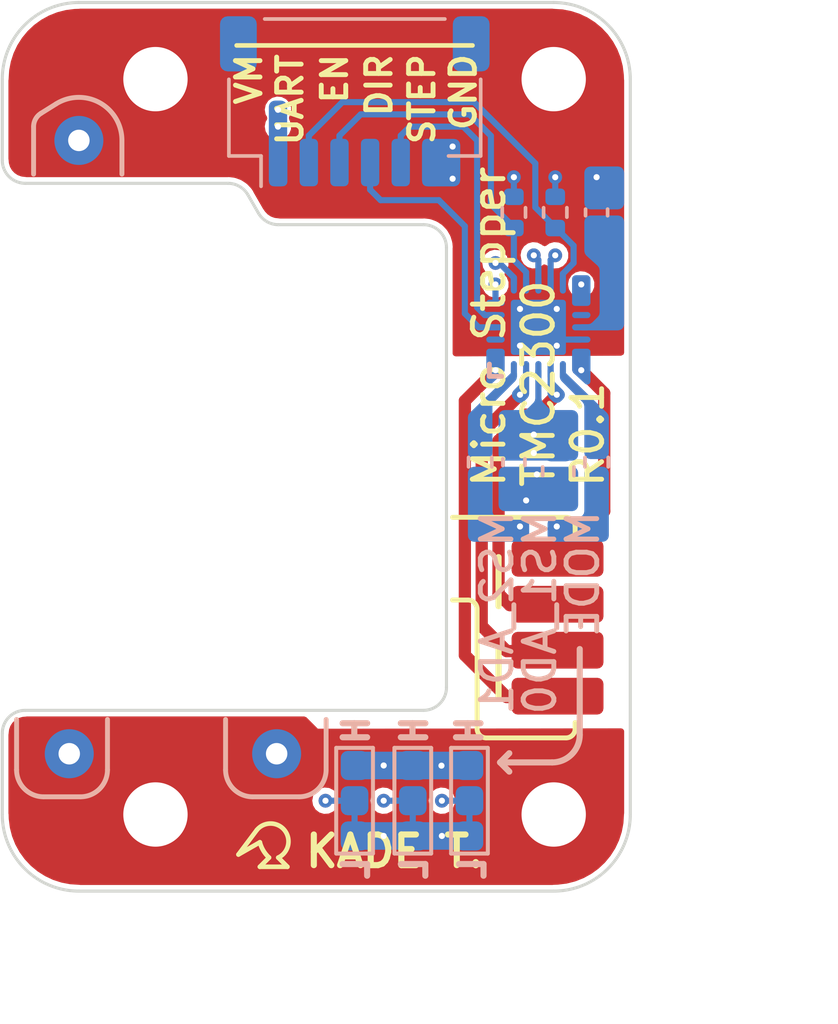
<source format=kicad_pcb>
(kicad_pcb (version 20210126) (generator pcbnew)
  (layers (0 "F.Cu" signal) (1 "In1.Cu" power) (2 "In2.Cu" power) (31 "B.Cu" signal) (34 "B.Paste" user) (35 "F.Paste" user) (36 "B.SilkS" user "B.Silkscreen") (37 "F.SilkS" user "F.Silkscreen") (38 "B.Mask" user) (39 "F.Mask" user) (44 "Edge.Cuts" user))
  (net 0 "")
  (net 1 "GND")
  (net 2 "VBUS")
  (net 3 "/UART")
  (net 4 "/MODE")
  (net 5 "/EN")
  (net 6 "/MS2_AD1")
  (net 7 "/MS1_AD0")
  (net 8 "/STEP")
  (net 9 "/DIR")
  (net 10 "/1V8OUT")
  (net 11 "/OA2")
  (net 12 "Net-(IC1-Pad2)")
  (net 13 "/OB2")
  (net 14 "/BRB")
  (net 15 "/OB1")
  (net 16 "/OA1")
  (net 17 "/BRA")
  (net 18 "/DIAG")
  (footprint "micro_breakout:Mounting_Wuerth_WA-SMSI-M1.6_H1mm_9774010633" (layer "F.Cu") (at 102.5 98)
    (fp_text reference "H1" hide)
    (fp_text value "MountingHole" hide)
    (pad "" np_thru_hole circle (at 0 0) (size 2.1 2.1) (drill 2.1) (layers *.Cu *.Mask))
    (pad "1" smd circle (at 0 0) (size 4 4) (layers "F.Cu" "F.Mask") (net 1 "GND"))
  )
  (footprint "micro_breakout:Mounting_Wuerth_WA-SMSI-M1.6_H1mm_9774010633" (layer "F.Cu") (at 115.5 122)
    (fp_text reference "H3" hide)
    (fp_text value "MountingHole" hide)
    (pad "" np_thru_hole circle (at 0 0) (size 2.1 2.1) (drill 2.1) (layers *.Cu *.Mask))
    (pad "1" smd circle (at 0 0) (size 4 4) (layers "F.Cu" "F.Mask") (net 1 "GND"))
  )
  (footprint "micro_breakout:Mounting_Wuerth_WA-SMSI-M1.6_H1mm_9774010633" (layer "F.Cu") (at 115.5 98)
    (fp_text reference "H2" hide)
    (fp_text value "MountingHole" hide)
    (pad "" np_thru_hole circle (at 0 0) (size 2.1 2.1) (drill 2.1) (layers *.Cu *.Mask))
    (pad "1" smd circle (at 0 0) (size 4 4) (layers "F.Cu" "F.Mask") (net 1 "GND"))
  )
  (footprint "micro_breakout:Mounting_Wuerth_WA-SMSI-M1.6_H1mm_9774010633" (layer "F.Cu") (at 102.5 122)
    (fp_text reference "H4" hide)
    (fp_text value "MountingHole" hide)
    (pad "" np_thru_hole circle (at 0 0) (size 2.1 2.1) (drill 2.1) (layers *.Cu *.Mask))
    (pad "1" smd circle (at 0 0) (size 4 4) (layers "F.Cu" "F.Mask") (net 1 "GND"))
  )
  (footprint "Resistor_SMD:R_0402_1005Metric" (layer "B.Cu") (at 116.9 110.5 -90)
    (fp_text reference "R3" hide)
    (fp_text value "1E2")
    (fp_line (start -0.153641 0.38) (end 0.153641 0.38) (layer "B.SilkS") (width 0.12))
    (fp_line (start -0.153641 -0.38) (end 0.153641 -0.38) (layer "B.SilkS") (width 0.12))
    (pad "1" smd roundrect (at -0.51 0 270) (size 0.54 0.64) (layers "B.Cu" "B.Paste" "B.Mask") (net 14 "/BRB"))
    (pad "2" smd roundrect (at 0.51 0 270) (size 0.54 0.64) (layers "B.Cu" "B.Paste" "B.Mask") (net 1 "GND"))
  )
  (footprint "Resistor_SMD:R_0402_1005Metric" (layer "B.Cu") (at 113.1 110.5 -90)
    (fp_text reference "R2" hide)
    (fp_text value "1E2")
    (fp_line (start -0.153641 0.38) (end 0.153641 0.38) (layer "B.SilkS") (width 0.12))
    (fp_line (start -0.153641 -0.38) (end 0.153641 -0.38) (layer "B.SilkS") (width 0.12))
    (pad "1" smd roundrect (at -0.51 0 270) (size 0.54 0.64) (layers "B.Cu" "B.Paste" "B.Mask") (net 17 "/BRA"))
    (pad "2" smd roundrect (at 0.51 0 270) (size 0.54 0.64) (layers "B.Cu" "B.Paste" "B.Mask") (net 1 "GND"))
  )
  (footprint "Capacitor_SMD:C_0402_1005Metric" (layer "B.Cu") (at 114.2 110.5 -90)
    (fp_text reference "C1" hide)
    (fp_text value "100nF")
    (fp_line (start -0.107836 0.36) (end 0.107836 0.36) (layer "B.SilkS") (width 0.12))
    (fp_line (start -0.107836 -0.36) (end 0.107836 -0.36) (layer "B.SilkS") (width 0.12))
    (pad "1" smd roundrect (at -0.48 0 270) (size 0.56 0.62) (layers "B.Cu" "B.Paste" "B.Mask") (net 2 "VBUS"))
    (pad "2" smd roundrect (at 0.48 0 270) (size 0.56 0.62) (layers "B.Cu" "B.Paste" "B.Mask") (net 1 "GND"))
  )
  (footprint "micro_breakout:J_NCNO_0903_20" (layer "B.Cu") (at 109 121.55 90)
    (fp_text reference "JP2")
    (fp_text value "SolderJumper_3_Bridged12")
    (fp_line (start -0.675 0) (end -0.475 0) (layer "B.Cu") (width 0.2))
    (fp_line (start 1.725 0.6) (end 1.725 -0.6) (layer "B.SilkS") (width 0.13))
    (fp_line (start 1.725 -0.6) (end -1.725 -0.6) (layer "B.SilkS") (width 0.13))
    (fp_line (start -1.725 0.6) (end -1.725 -0.6) (layer "B.SilkS") (width 0.13))
    (fp_line (start -1.725 0.6) (end 1.725 0.6) (layer "B.SilkS") (width 0.13))
    (pad "1" smd roundrect (at -1.15 0 90) (size 0.95 0.9) (layers "B.Cu" "B.Mask") (net 1 "GND"))
    (pad "2" smd roundrect (at 0 0 90) (size 0.95 0.9) (layers "B.Cu" "B.Mask") (net 6 "/MS2_AD1"))
    (pad "3" smd roundrect (at 1.15 0 90) (size 0.95 0.9) (layers "B.Cu" "B.Mask") (net 2 "VBUS"))
  )
  (footprint "micro_breakout:JST_SH_SM06B-SRSS-TB_1x06-1MP_P1.00mm_Horizontal" (layer "B.Cu") (at 109.006752 98.722294)
    (fp_text reference "J1" hide)
    (fp_text value "Conn_01x06")
    (fp_line (start -2.94 -2.685) (end 2.94 -2.685) (layer "B.SilkS") (width 0.12))
    (fp_line (start 4.11 -0.715) (end 4.11 1.785) (layer "B.SilkS") (width 0.12))
    (fp_line (start 4.11 1.785) (end 3.06 1.785) (layer "B.SilkS") (width 0.12))
    (fp_line (start -3.06 1.785) (end -3.06 2.775) (layer "B.SilkS") (width 0.12))
    (fp_line (start -4.11 -0.715) (end -4.11 1.785) (layer "B.SilkS") (width 0.12))
    (fp_line (start -4.11 1.785) (end -3.06 1.785) (layer "B.SilkS") (width 0.12))
    (pad "1" smd roundrect (at -2.5 2) (size 0.6 1.55) (layers "B.Cu" "B.Paste" "B.Mask") (net 2 "VBUS"))
    (pad "2" smd roundrect (at -1.5 2) (size 0.6 1.55) (layers "B.Cu" "B.Paste" "B.Mask") (net 3 "/UART"))
    (pad "3" smd roundrect (at -0.5 2) (size 0.6 1.55) (layers "B.Cu" "B.Paste" "B.Mask") (net 5 "/EN"))
    (pad "4" smd roundrect (at 0.5 2) (size 0.6 1.55) (layers "B.Cu" "B.Paste" "B.Mask") (net 9 "/DIR"))
    (pad "5" smd roundrect (at 1.5 2) (size 0.6 1.55) (layers "B.Cu" "B.Paste" "B.Mask") (net 8 "/STEP"))
    (pad "6" smd roundrect (at 2.5 2) (size 0.6 1.55) (layers "B.Cu" "B.Paste" "B.Mask") (net 1 "GND"))
    (pad "MP" smd roundrect (at -3.8 -1.875) (size 1.2 1.8) (layers "B.Cu" "B.Paste" "B.Mask") (roundrect_rratio 0.208333))
    (pad "MP" smd roundrect (at 3.8 -1.875) (size 1.2 1.8) (layers "B.Cu" "B.Paste" "B.Mask") (roundrect_rratio 0.208333))
  )
  (footprint "micro_breakout:QFN20" (layer "B.Cu") (at 115 106.1)
    (fp_text reference "IC1" hide)
    (fp_text value "TMC2300-Trinamic" hide)
    (fp_line (start -1.2 1.6) (end -1.6 1.6) (layer "B.SilkS") (width 0.16))
    (fp_line (start -1.6 1.6) (end -1.6 1.2) (layer "B.SilkS") (width 0.16))
    (pad "1" smd oval (at -1.4 0.8 270) (size 0.2 0.6) (layers "B.Cu" "B.Paste" "B.Mask") (net 11 "/OA2") (clearance 0.1))
    (pad "2" smd oval (at -1.4 0.4 270) (size 0.2 0.6) (layers "B.Cu" "B.Paste" "B.Mask") (net 12 "Net-(IC1-Pad2)") (clearance 0.1))
    (pad "3" smd oval (at -1.4 0 270) (size 0.2 0.6) (layers "B.Cu" "B.Paste" "B.Mask") (net 9 "/DIR") (clearance 0.1))
    (pad "4" smd oval (at -1.4 -0.4 270) (size 0.2 0.6) (layers "B.Cu" "B.Paste" "B.Mask") (net 8 "/STEP") (clearance 0.1))
    (pad "5" smd oval (at -1.4 -0.8 270) (size 0.2 0.6) (layers "B.Cu" "B.Paste" "B.Mask") (net 7 "/MS1_AD0") (clearance 0.1))
    (pad "6" smd oval (at -0.8 -1.4 180) (size 0.2 0.6) (layers "B.Cu" "B.Paste" "B.Mask") (net 6 "/MS2_AD1") (clearance 0.1))
    (pad "7" smd oval (at -0.4 -1.4 180) (size 0.2 0.6) (layers "B.Cu" "B.Paste" "B.Mask") (net 5 "/EN") (clearance 0.1))
    (pad "8" smd oval (at 0 -1.4 180) (size 0.2 0.6) (layers "B.Cu" "B.Paste" "B.Mask") (net 2 "VBUS") (clearance 0.1))
    (pad "9" smd oval (at 0.4 -1.4 180) (size 0.2 0.6) (layers "B.Cu" "B.Paste" "B.Mask") (net 4 "/MODE") (clearance 0.1))
    (pad "10" smd oval (at 0.8 -1.4 180) (size 0.2 0.6) (layers "B.Cu" "B.Paste" "B.Mask") (net 3 "/UART") (clearance 0.1))
    (pad "11" smd oval (at 1.4 -0.8 270) (size 0.2 0.6) (layers "B.Cu" "B.Paste" "B.Mask") (net 2 "VBUS") (clearance 0.1))
    (pad "12" smd oval (at 1.4 -0.4 270) (size 0.2 0.6) (layers "B.Cu" "B.Paste" "B.Mask") (net 18 "/DIAG") (clearance 0.1))
    (pad "13" smd oval (at 1.4 0 270) (size 0.2 0.6) (layers "B.Cu" "B.Paste" "B.Mask") (net 10 "/1V8OUT") (clearance 0.1))
    (pad "14" smd oval (at 1.4 0.4 270) (size 0.2 0.6) (layers "B.Cu" "B.Paste" "B.Mask") (net 1 "GND") (clearance 0.1))
    (pad "15" smd oval (at 1.4 0.8 270) (size 0.2 0.6) (layers "B.Cu" "B.Paste" "B.Mask") (net 13 "/OB2") (clearance 0.1))
    (pad "16" smd oval (at 0.8 1.4 180) (size 0.2 0.6) (layers "B.Cu" "B.Paste" "B.Mask") (net 14 "/BRB") (clearance 0.1))
    (pad "17" smd oval (at 0.4 1.4 180) (size 0.2 0.6) (layers "B.Cu" "B.Paste" "B.Mask") (net 15 "/OB1") (clearance 0.1))
    (pad "18" smd oval (at 0 1.4 180) (size 0.2 0.6) (layers "B.Cu" "B.Paste" "B.Mask") (net 2 "VBUS") (clearance 0.1))
    (pad "19" smd oval (at -0.4 1.4 180) (size 0.2 0.6) (layers "B.Cu" "B.Paste" "B.Mask") (net 16 "/OA1") (clearance 0.1))
    (pad "20" smd oval (at -0.8 1.4 180) (size 0.2 0.6) (layers "B.Cu" "B.Paste" "B.Mask") (net 17 "/BRA") (clearance 0.1))
    (pad "PAD" smd roundrect (at 0 0) (size 1.8 1.8) (layers "B.Cu" "B.Mask") (roundrect_rratio 0.05599999999999999) (net 1 "GND") (clearance 0.1))
  )
  (footprint "Resistor_SMD:R_0402_1005Metric" (layer "B.Cu") (at 114.2 102.35 -90)
    (fp_text reference "R1" hide)
    (fp_text value "10K")
    (fp_line (start -0.153641 -0.38) (end 0.153641 -0.38) (layer "B.SilkS") (width 0.12))
    (fp_line (start -0.153641 0.38) (end 0.153641 0.38) (layer "B.SilkS") (width 0.12))
    (pad "1" smd roundrect (at -0.51 0 270) (size 0.54 0.64) (layers "B.Cu" "B.Paste" "B.Mask") (net 1 "GND"))
    (pad "2" smd roundrect (at 0.51 0 270) (size 0.54 0.64) (layers "B.Cu" "B.Paste" "B.Mask") (net 5 "/EN"))
  )
  (footprint "micro_breakout:J_NCNO_0903_20" (layer "B.Cu") (at 110.9 121.55 90)
    (fp_text reference "JP1")
    (fp_text value "SolderJumper_3_Bridged12")
    (fp_line (start -0.675 0) (end -0.475 0) (layer "B.Cu") (width 0.2))
    (fp_line (start 1.725 0.6) (end 1.725 -0.6) (layer "B.SilkS") (width 0.13))
    (fp_line (start -1.725 0.6) (end 1.725 0.6) (layer "B.SilkS") (width 0.13))
    (fp_line (start 1.725 -0.6) (end -1.725 -0.6) (layer "B.SilkS") (width 0.13))
    (fp_line (start -1.725 0.6) (end -1.725 -0.6) (layer "B.SilkS") (width 0.13))
    (pad "1" smd roundrect (at -1.15 0 90) (size 0.95 0.9) (layers "B.Cu" "B.Mask") (net 1 "GND"))
    (pad "2" smd roundrect (at 0 0 90) (size 0.95 0.9) (layers "B.Cu" "B.Mask") (net 7 "/MS1_AD0"))
    (pad "3" smd roundrect (at 1.15 0 90) (size 0.95 0.9) (layers "B.Cu" "B.Mask") (net 2 "VBUS"))
  )
  (footprint "Capacitor_SMD:C_0603_1608Metric" (layer "B.Cu") (at 115.65 110.8 -90)
    (fp_text reference "C2" hide)
    (fp_text value "10µ")
    (fp_line (start -0.14058 0.51) (end 0.14058 0.51) (layer "B.SilkS") (width 0.12))
    (fp_line (start -0.14058 -0.51) (end 0.14058 -0.51) (layer "B.SilkS") (width 0.12))
    (pad "1" smd roundrect (at -0.775 0 270) (size 0.9 0.95) (layers "B.Cu" "B.Paste" "B.Mask") (net 2 "VBUS"))
    (pad "2" smd roundrect (at 0.775 0 270) (size 0.9 0.95) (layers "B.Cu" "B.Paste" "B.Mask") (net 1 "GND"))
  )
  (footprint "Capacitor_SMD:C_0402_1005Metric" (layer "B.Cu") (at 116.9 102.35 90)
    (fp_text reference "C3" hide)
    (fp_text value "100nF")
    (fp_line (start -0.107836 0.36) (end 0.107836 0.36) (layer "B.SilkS") (width 0.12))
    (fp_line (start -0.107836 -0.36) (end 0.107836 -0.36) (layer "B.SilkS") (width 0.12))
    (pad "1" smd roundrect (at -0.48 0 90) (size 0.56 0.62) (layers "B.Cu" "B.Paste" "B.Mask") (net 10 "/1V8OUT"))
    (pad "2" smd roundrect (at 0.48 0 90) (size 0.56 0.62) (layers "B.Cu" "B.Paste" "B.Mask") (net 1 "GND"))
  )
  (footprint "Resistor_SMD:R_0402_1005Metric" (layer "B.Cu") (at 115.55 102.35 -90)
    (fp_text reference "R4" hide)
    (fp_text value "100K" hide)
    (fp_line (start -0.153641 0.38) (end 0.153641 0.38) (layer "B.SilkS") (width 0.12))
    (fp_line (start -0.153641 -0.38) (end 0.153641 -0.38) (layer "B.SilkS") (width 0.12))
    (pad "1" smd roundrect (at -0.51 0 270) (size 0.54 0.64) (layers "B.Cu" "B.Paste" "B.Mask") (net 1 "GND"))
    (pad "2" smd roundrect (at 0.51 0 270) (size 0.54 0.64) (layers "B.Cu" "B.Paste" "B.Mask") (net 3 "/UART"))
  )
  (footprint "micro_breakout:Micro_Stepper" (layer "B.Cu") (at 100 100 180)
    (fp_text reference "M1" hide)
    (fp_text value "Micro Stepper Motor")
    (fp_line (start -5.66968 -21.422) (end -7.18928 -21.422) (layer "B.SilkS") (width 0.16))
    (fp_line (start -1.4052 -1.1) (end -1.4052 0) (layer "B.SilkS") (width 0.16))
    (fp_line (start -4.78848 -18.9) (end -4.78848 -20.5408) (layer "B.SilkS") (width 0.16))
    (fp_line (start -0.9336 -20.5408) (end -0.9336 -18.9) (layer "B.SilkS") (width 0.16))
    (fp_line (start 1.47856 0.447938) (end 1.47856 -1.1) (layer "B.SilkS") (width 0.16))
    (fp_line (start 2.034 -20.5408) (end 2.034 -18.9) (layer "B.SilkS") (width 0.16))
    (fp_line (start -8.07048 -20.5408) (end -8.07048 -18.9) (layer "B.SilkS") (width 0.16))
    (fp_line (start 1.1528 -21.422) (end -0.0524 -21.422) (layer "B.SilkS") (width 0.16))
    (fp_line (start 0.744643 1.191677) (end 1.236751 0.884174) (layer "B.SilkS") (width 0.16))
    (fp_arc (start -0.0524 -20.5408) (end -0.0524 -21.422) (angle -90) (layer "B.SilkS") (width 0.16))
    (fp_arc (start 0.96416 0.447938) (end 1.236751 0.884174) (angle -58) (layer "B.SilkS") (width 0.16))
    (fp_arc (start -5.66968 -20.5408) (end -4.78848 -20.5408) (angle -90) (layer "B.SilkS") (width 0.16))
    (fp_arc (start 0 0) (end -1.4052 0) (angle -122) (layer "B.SilkS") (width 0.16))
    (fp_arc (start 1.1528 -20.5408) (end 2.034 -20.5408) (angle -90) (layer "B.SilkS") (width 0.16))
    (fp_arc (start -7.18928 -20.5408) (end -7.18928 -21.422) (angle -90) (layer "B.SilkS") (width 0.16))
    (fp_line (start -16.2 -19) (end -16.2 -19.2) (layer "F.SilkS") (width 0.16))
    (fp_line (start -13 -19.2) (end -13 -15.3) (layer "F.SilkS") (width 0.16))
    (fp_line (start -13.7 -16.6) (end -13.7 -18.2) (layer "F.SilkS") (width 0.2))
    (fp_line (start -13.7 -15.2) (end -13.7 -13.6) (layer "F.SilkS") (width 0.2))
    (fp_line (start -12.7 -15) (end -12.2 -15) (layer "F.SilkS") (width 0.16))
    (fp_line (start -16.2 -12.6) (end -16.2 -12.8) (layer "F.SilkS") (width 0.16))
    (fp_line (start -15.9 -19.5) (end -13.3 -19.5) (layer "F.SilkS") (width 0.16))
    (fp_line (start -12.2 -12.3) (end -15.9 -12.3) (layer "F.SilkS") (width 0.16))
    (fp_arc (start -12.7 -15.3) (end -12.7 -15) (angle 90) (layer "F.SilkS") (width 0.16))
    (fp_arc (start -13.3 -19.2) (end -13.3 -19.5) (angle 90) (layer "F.SilkS") (width 0.16))
    (fp_arc (start -15.9 -12.6) (end -16.2 -12.6) (angle -90) (layer "F.SilkS") (width 0.16))
    (fp_arc (start -15.9 -19.2) (end -15.9 -19.5) (angle -90) (layer "F.SilkS") (width 0.16))
    (pad "0" thru_hole circle (at 0.3144 -20.0168 180) (size 1.6 1.6) (drill 0.7) (layers *.Cu *.Mask) (net 1 "GND"))
    (pad "0" thru_hole circle (at -6.45568 -20.0168 180) (size 1.6 1.6) (drill 0.7) (layers *.Cu *.Mask) (net 1 "GND"))
    (pad "0" thru_hole circle (at 0 0 180) (size 1.6 1.6) (drill 0.7) (layers *.Cu *.Mask) (net 1 "GND"))
    (pad "1" smd roundrect (at -15.625 -13.6376 180) (size 3 1.2) (layers "F.Cu" "F.Paste" "F.Mask") (roundrect_rratio 0.167) (net 13 "/OB2"))
    (pad "2" smd roundrect (at -15.625 -15.1376 180) (size 3 1.2) (layers "F.Cu" "F.Paste" "F.Mask") (roundrect_rratio 0.167) (net 15 "/OB1"))
    (pad "3" smd roundrect (at -15.625 -16.6376 180) (size 3 1.2) (layers "F.Cu" "F.Paste" "F.Mask") (roundrect_rratio 0.167) (net 16 "/OA1"))
    (pad "4" smd roundrect (at -15.625 -18.1376 180) (size 3 1.2) (layers "F.Cu" "F.Paste" "F.Mask") (roundrect_rratio 0.167) (net 11 "/OA2"))
  )
  (footprint "micro_breakout:J_NCNO_0903_20" (layer "B.Cu") (at 112.75 121.55 90)
    (fp_text reference "JP3")
    (fp_text value "SolderJumper_3_Bridged12")
    (fp_line (start -0.675 0) (end -0.475 0) (layer "B.Cu") (width 0.2))
    (fp_line (start 1.725 -0.6) (end -1.725 -0.6) (layer "B.SilkS") (width 0.13))
    (fp_line (start 1.725 0.6) (end 1.725 -0.6) (layer "B.SilkS") (width 0.13))
    (fp_line (start -1.725 0.6) (end 1.725 0.6) (layer "B.SilkS") (width 0.13))
    (fp_line (start -1.725 0.6) (end -1.725 -0.6) (layer "B.SilkS") (width 0.13))
    (pad "1" smd roundrect (at -1.15 0 90) (size 0.95 0.9) (layers "B.Cu" "B.Mask") (net 1 "GND"))
    (pad "2" smd roundrect (at 0 0 90) (size 0.95 0.9) (layers "B.Cu" "B.Mask") (net 4 "/MODE"))
    (pad "3" smd roundrect (at 1.15 0 90) (size 0.95 0.9) (layers "B.Cu" "B.Mask") (net 2 "VBUS"))
  )
  (gr_line (start 116.35 116.6) (end 116.35 119.4) (layer "B.SilkS") (width 0.2))
  (gr_arc (start 115.45 119.4) (end 116.35 119.4) (angle 90) (layer "B.SilkS") (width 0.2))
  (gr_line (start 113.75 120.3) (end 114.05 120) (layer "B.SilkS") (width 0.2))
  (gr_line (start 113.75 120.3) (end 115.45 120.3) (layer "B.SilkS") (width 0.2))
  (gr_line (start 113.75 120.3) (end 114.05 120.6) (layer "B.SilkS") (width 0.2))
  (gr_line (start 106.808229 123.706496) (end 105.908229 123.706496) (layer "F.SilkS") (width 0.15))
  (gr_line (start 105.908229 123.706496) (end 106.208229 123.406496) (layer "F.SilkS") (width 0.15))
  (gr_line (start 106.508229 123.406496) (end 106.808229 123.706496) (layer "F.SilkS") (width 0.15))
  (gr_line (start 105.808229 122.506496) (end 105.208229 123.306496) (layer "F.SilkS") (width 0.15))
  (gr_line (start 105.208229 123.306496) (end 105.90823 122.906496) (layer "F.SilkS") (width 0.15))
  (gr_arc (start 106.258228 122.878718) (end 106.508229 123.406496) (angle -205.0574904) (layer "F.SilkS") (width 0.15))
  (gr_line (start 112.85 96.9) (end 105.15 96.9) (layer "F.SilkS") (width 0.15))
  (gr_arc (start 106.905111 122.648366) (end 105.908229 122.906496) (angle -32.89324182) (layer "F.SilkS") (width 0.15))
  (gr_arc (start 104.866987 102.15) (end 105.516506 101.775) (angle -60) (layer "Edge.Cuts") (width 0.1))
  (gr_line (start 98.25 101.4) (end 104.866987 101.4) (layer "Edge.Cuts") (width 0.1))
  (gr_arc (start 111.25 103.5) (end 112 103.5) (angle -90) (layer "Edge.Cuts") (width 0.1))
  (gr_line (start 111.25 118.6) (end 98.25 118.6) (layer "Edge.Cuts") (width 0.1))
  (gr_arc (start 111.25 117.85) (end 111.25 118.6) (angle -90) (layer "Edge.Cuts") (width 0.1))
  (gr_arc (start 106.512435 102) (end 105.862916 102.375) (angle -60) (layer "Edge.Cuts") (width 0.1))
  (gr_arc (start 115.5 98) (end 118 98) (angle -90) (layer "Edge.Cuts") (width 0.1))
  (gr_arc (start 98.25 100.65) (end 97.5 100.65) (angle -90) (layer "Edge.Cuts") (width 0.1))
  (gr_line (start 106.512435 102.75) (end 111.25 102.75) (layer "Edge.Cuts") (width 0.1))
  (gr_line (start 97.5 119.35) (end 97.5 122) (layer "Edge.Cuts") (width 0.1))
  (gr_line (start 112 103.5) (end 112 117.85) (layer "Edge.Cuts") (width 0.1))
  (gr_arc (start 98.25 119.35) (end 98.25 118.6) (angle -90) (layer "Edge.Cuts") (width 0.1))
  (gr_arc (start 115.5 122) (end 115.5 124.5) (angle -90) (layer "Edge.Cuts") (width 0.1))
  (gr_line (start 115.5 95.5) (end 100 95.5) (layer "Edge.Cuts") (width 0.1))
  (gr_line (start 97.5 98) (end 97.5 100.65) (layer "Edge.Cuts") (width 0.1))
  (gr_arc (start 100 122) (end 97.5 122) (angle -90) (layer "Edge.Cuts") (width 0.1))
  (gr_line (start 118 122) (end 118 98) (layer "Edge.Cuts") (width 0.1))
  (gr_arc (start 100 98) (end 100 95.5) (angle -90) (layer "Edge.Cuts") (width 0.1))
  (gr_line (start 100 124.5) (end 115.5 124.5) (layer "Edge.Cuts") (width 0.1))
  (gr_line (start 105.516506 101.775) (end 105.862916 102.375) (layer "Edge.Cuts") (width 0.1))
  (gr_text "L" (at 110.95 123.75 90) (layer "B.SilkS") (effects (font (size 0.8 0.8) (thickness 0.2)) (justify mirror)))
  (gr_text "L" (at 109.05 123.75 90) (layer "B.SilkS") (effects (font (size 0.8 0.8) (thickness 0.2)) (justify mirror)))
  (gr_text "MS1_AD0" (at 115.05 112 90) (layer "B.SilkS") (effects (font (size 1 1) (thickness 0.16)) (justify left mirror)))
  (gr_text "L" (at 112.85 123.75 90) (layer "B.SilkS") (effects (font (size 0.8 0.8) (thickness 0.2)) (justify mirror)))
  (gr_text "H" (at 109.05 119.25 90) (layer "B.SilkS") (effects (font (size 0.8 0.8) (thickness 0.2)) (justify mirror)))
  (gr_text "H" (at 110.95 119.25 90) (layer "B.SilkS") (effects (font (size 0.8 0.8) (thickness 0.2)) (justify mirror)))
  (gr_text "MS2_AD1\n" (at 113.65 112 90) (layer "B.SilkS") (effects (font (size 1 1) (thickness 0.16)) (justify left mirror)))
  (gr_text "H" (at 112.75 119.25 90) (layer "B.SilkS") (effects (font (size 0.8 0.8) (thickness 0.2)) (justify mirror)))
  (gr_text "MODE" (at 116.45 112 90) (layer "B.SilkS") (effects (font (size 1 1) (thickness 0.16)) (justify left mirror)))
  (gr_text "VM" (at 105.55 97.1 90) (layer "F.SilkS") (effects (font (size 0.8 0.8) (thickness 0.16)) (justify right)))
  (gr_text "EN" (at 108.35 97.1 90) (layer "F.SilkS") (effects (font (size 0.8 0.8) (thickness 0.16)) (justify right)))
  (gr_text "Micro Stepper\nTMC2300\nR0.1" (at 115 111.4 90) (layer "F.SilkS") (effects (font (size 1 1) (thickness 0.16)) (justify left)))
  (gr_text "GND" (at 112.55 97.1 90) (layer "F.SilkS") (effects (font (size 0.8 0.8) (thickness 0.16)) (justify right)))
  (gr_text "UART" (at 106.894 97.1 90) (layer "F.SilkS") (effects (font (size 0.8 0.8) (thickness 0.16)) (justify right)))
  (gr_text "DIR" (at 109.8 97.1 90) (layer "F.SilkS") (effects (font (size 0.8 0.8) (thickness 0.16)) (justify right)))
  (gr_text "STEP" (at 111.2 97.1 90) (layer "F.SilkS") (effects (font (size 0.8 0.8) (thickness 0.16)) (justify right)))
  (gr_text "KADE T." (at 107.3 123.2) (layer "F.SilkS") (effects (font (size 1 1) (thickness 0.2)) (justify left)))
  (via (at 114.4 112.6) (size 0.45) (drill 0.2) (layers "F.Cu" "B.Cu") (net 1))
  (via (at 111.85 122.7) (size 0.45) (drill 0.2) (layers "F.Cu" "B.Cu") (net 1))
  (via (at 112.2 101.25) (size 0.45) (drill 0.2) (layers "F.Cu" "B.Cu") (net 1))
  (via (at 114.4 105.5) (size 0.45) (drill 0.2) (layers "F.Cu" "B.Cu") (net 1))
  (via (at 114.6 111.75) (size 0.45) (drill 0.2) (layers "F.Cu" "B.Cu") (net 1))
  (via (at 115.6 105.5) (size 0.45) (drill 0.2) (layers "F.Cu" "B.Cu") (net 1))
  (via (at 115.6 106.7) (size 0.45) (drill 0.2) (layers "F.Cu" "B.Cu") (net 1))
  (via (at 114.2 101.2) (size 0.45) (drill 0.2) (layers "F.Cu" "B.Cu") (net 1))
  (via (at 114.4 106.7) (size 0.45) (drill 0.2) (layers "F.Cu" "B.Cu") (net 1))
  (via (at 114.95 110.9) (size 0.45) (drill 0.2) (layers "F.Cu" "B.Cu") (net 1))
  (via (at 115.6 112.6) (size 0.45) (drill 0.2) (layers "F.Cu" "B.Cu") (net 1))
  (via (at 115.55 101.2) (size 0.45) (drill 0.2) (layers "F.Cu" "B.Cu") (net 1))
  (via (at 109.95 122.7) (size 0.45) (drill 0.2) (layers "F.Cu" "B.Cu") (net 1))
  (via (at 116.9 101.2) (size 0.45) (drill 0.2) (layers "F.Cu" "B.Cu") (net 1))
  (via (at 112.2 100.2) (size 0.45) (drill 0.2) (layers "F.Cu" "B.Cu") (net 1))
  (segment (start 114.2 101.85) (end 114.2 101.2) (width 0.2) (layer "B.Cu") (net 1))
  (segment (start 115.55 101.865) (end 115.55 101.2) (width 0.2) (layer "B.Cu") (net 1))
  (via (at 106.5 99.55) (size 0.45) (drill 0.2) (layers "F.Cu" "B.Cu") (net 2))
  (via (at 111.836239 120.406239) (size 0.45) (drill 0.2) (layers "F.Cu" "B.Cu") (net 2))
  (via (at 114.85 103.75) (size 0.45) (drill 0.2) (layers "F.Cu" "B.Cu") (net 2))
  (via (at 114.85 109.6) (size 0.45) (drill 0.2) (layers "F.Cu" "B.Cu") (net 2))
  (via (at 106.5 99) (size 0.45) (drill 0.2) (layers "F.Cu" "B.Cu") (net 2))
  (via (at 114.85 110.2) (size 0.45) (drill 0.2) (layers "F.Cu" "B.Cu") (net 2))
  (via (at 109.95 120.4) (size 0.45) (drill 0.2) (layers "F.Cu" "B.Cu") (net 2))
  (via (at 116.4 104.7) (size 0.45) (drill 0.2) (layers "F.Cu" "B.Cu") (net 2))
  (segment (start 115 104.7) (end 115 103.9) (width 0.2) (layer "B.Cu") (net 2))
  (segment (start 115 103.9) (end 114.85 103.75) (width 0.2) (layer "B.Cu") (net 2))
  (segment (start 115.8 104.7) (end 115.8 104.35) (width 0.2) (layer "B.Cu") (net 3))
  (segment (start 115.8 104.35) (end 116.15 104) (width 0.2) (layer "B.Cu") (net 3))
  (segment (start 108.6 98.75) (end 112.9 98.75) (width 0.2) (layer "B.Cu") (net 3))
  (segment (start 116.15 103.435) (end 115.55 102.835) (width 0.2) (layer "B.Cu") (net 3))
  (segment (start 112.9 98.75) (end 114.9 100.75) (width 0.2) (layer "B.Cu") (net 3))
  (segment (start 116.15 104) (end 116.15 103.435) (width 0.2) (layer "B.Cu") (net 3))
  (segment (start 107.506752 99.843248) (end 108.6 98.75) (width 0.2) (layer "B.Cu") (net 3))
  (segment (start 107.506752 100.722294) (end 107.506752 99.843248) (width 0.2) (layer "B.Cu") (net 3))
  (segment (start 114.9 102.185) (end 115.55 102.835) (width 0.2) (layer "B.Cu") (net 3))
  (segment (start 114.9 100.75) (end 114.9 102.185) (width 0.2) (layer "B.Cu") (net 3))
  (via (at 111.85 121.55) (size 0.45) (drill 0.2) (layers "F.Cu" "B.Cu") (net 4))
  (via (at 115.55 103.75) (size 0.45) (drill 0.2) (layers "F.Cu" "B.Cu") (net 4))
  (segment (start 115.4 104.7) (end 115.4 103.9) (width 0.2) (layer "B.Cu") (net 4))
  (segment (start 115.4 103.9) (end 115.55 103.75) (width 0.2) (layer "B.Cu") (net 4))
  (segment (start 111.85 121.55) (end 112.75 121.55) (width 0.2) (layer "B.Cu") (net 4))
  (segment (start 113.45 102.085) (end 113.45 99.85) (width 0.2) (layer "B.Cu") (net 5))
  (segment (start 112.75 99.15) (end 109.2 99.15) (width 0.2) (layer "B.Cu") (net 5))
  (segment (start 108.506752 99.843248) (end 108.506752 100.722294) (width 0.2) (layer "B.Cu") (net 5))
  (segment (start 114.3 104) (end 114.2 103.9) (width 0.2) (layer "B.Cu") (net 5))
  (segment (start 109.2 99.15) (end 108.506752 99.843248) (width 0.2) (layer "B.Cu") (net 5))
  (segment (start 114.6 104.7) (end 114.6 104.3) (width 0.2) (layer "B.Cu") (net 5))
  (segment (start 113.45 99.85) (end 112.75 99.15) (width 0.2) (layer "B.Cu") (net 5))
  (segment (start 114.2 103.9) (end 114.2 102.835) (width 0.2) (layer "B.Cu") (net 5))
  (segment (start 114.6 104.3) (end 114.3 104) (width 0.2) (layer "B.Cu") (net 5))
  (segment (start 114.2 102.835) (end 113.45 102.085) (width 0.2) (layer "B.Cu") (net 5))
  (via (at 108.05 121.55) (size 0.45) (drill 0.2) (layers "F.Cu" "B.Cu") (net 6))
  (via (at 113.6 104) (size 0.45) (drill 0.2) (layers "F.Cu" "B.Cu") (net 6))
  (segment (start 114.2 104.7) (end 114.2 104.475) (width 0.2) (layer "B.Cu") (net 6))
  (segment (start 113.725 104) (end 113.6 104) (width 0.2) (layer "B.Cu") (net 6))
  (segment (start 114.2 104.475) (end 113.725 104) (width 0.2) (layer "B.Cu") (net 6))
  (segment (start 108.05 121.55) (end 109 121.55) (width 0.2) (layer "B.Cu") (net 6))
  (via (at 109.95 121.55) (size 0.45) (drill 0.2) (layers "F.Cu" "B.Cu") (net 7))
  (via (at 113.59999 104.700528) (size 0.45) (drill 0.2) (layers "F.Cu" "B.Cu") (net 7))
  (segment (start 113.6 105.3) (end 113.6 104.701056) (width 0.2) (layer "B.Cu") (net 7))
  (segment (start 109.95 121.55) (end 110.9 121.55) (width 0.2) (layer "B.Cu") (net 7))
  (segment (start 113.6 104.701056) (end 113.600528 104.700528) (width 0.15) (layer "B.Cu") (net 7))
  (segment (start 113 105.45) (end 113 100) (width 0.2) (layer "B.Cu") (net 8))
  (segment (start 113 100) (end 112.550022 99.550022) (width 0.2) (layer "B.Cu") (net 8))
  (segment (start 110.799978 99.550022) (end 110.506752 99.843248) (width 0.2) (layer "B.Cu") (net 8))
  (segment (start 113.25 105.7) (end 113 105.45) (width 0.2) (layer "B.Cu") (net 8))
  (segment (start 110.506752 99.843248) (end 110.506752 100.722294) (width 0.2) (layer "B.Cu") (net 8))
  (segment (start 112.550022 99.550022) (end 110.799978 99.550022) (width 0.2) (layer "B.Cu") (net 8))
  (segment (start 113.6 105.7) (end 113.25 105.7) (width 0.2) (layer "B.Cu") (net 8))
  (segment (start 112.6 102.8) (end 112.6 105.65) (width 0.2) (layer "B.Cu") (net 9))
  (segment (start 113.05 106.1) (end 113.6 106.1) (width 0.2) (layer "B.Cu") (net 9))
  (segment (start 109.85 101.95) (end 111.75 101.95) (width 0.2) (layer "B.Cu") (net 9))
  (segment (start 109.506752 101.606752) (end 109.85 101.95) (width 0.2) (layer "B.Cu") (net 9))
  (segment (start 112.6 105.65) (end 113.05 106.1) (width 0.2) (layer "B.Cu") (net 9))
  (segment (start 111.75 101.95) (end 112.6 102.8) (width 0.2) (layer "B.Cu") (net 9))
  (segment (start 109.506752 100.722294) (end 109.506752 101.606752) (width 0.2) (layer "B.Cu") (net 9))
  (segment (start 112.6 108.5) (end 113.6 107.5) (width 0.4) (layer "F.Cu") (net 11))
  (segment (start 115.410184 118.166759) (end 113.966759 118.166759) (width 0.4) (layer "F.Cu") (net 11))
  (segment (start 112.6 116.8) (end 112.6 108.5) (width 0.4) (layer "F.Cu") (net 11))
  (segment (start 113.966759 118.166759) (end 112.6 116.8) (width 0.4) (layer "F.Cu") (net 11))
  (via (at 113.6 107.5) (size 0.45) (drill 0.2) (layers "F.Cu" "B.Cu") (net 11))
  (segment (start 116.4 107.5) (end 117.15 108.25) (width 0.4) (layer "F.Cu") (net 13))
  (segment (start 117.15 108.25) (end 117.15 112.1) (width 0.4) (layer "F.Cu") (net 13))
  (segment (start 117.15 112.1) (end 115.6 113.65) (width 0.4) (layer "F.Cu") (net 13))
  (via (at 116.4 107.5) (size 0.45) (drill 0.2) (layers "F.Cu" "B.Cu") (net 13))
  (segment (start 113.7 109.8) (end 114.55 108.95) (width 0.4) (layer "F.Cu") (net 15))
  (segment (start 114.55 108.95) (end 114.95 108.95) (width 0.4) (layer "F.Cu") (net 15))
  (segment (start 114.95 108.95) (end 115.6 108.3) (width 0.4) (layer "F.Cu") (net 15))
  (segment (start 115.410184 115.166759) (end 114.066759 115.166759) (width 0.4) (layer "F.Cu") (net 15))
  (segment (start 114.066759 115.166759) (end 113.7 114.8) (width 0.4) (layer "F.Cu") (net 15))
  (segment (start 113.7 114.8) (end 113.7 109.8) (width 0.4) (layer "F.Cu") (net 15))
  (via (at 115.6 108.3) (size 0.45) (drill 0.2) (layers "F.Cu" "B.Cu") (net 15))
  (segment (start 113.15 109.55) (end 114.4 108.3) (width 0.4) (layer "F.Cu") (net 16))
  (segment (start 113.15 115.85) (end 113.15 109.55) (width 0.4) (layer "F.Cu") (net 16))
  (segment (start 115.410184 116.666759) (end 113.966759 116.666759) (width 0.4) (layer "F.Cu") (net 16))
  (segment (start 113.966759 116.666759) (end 113.15 115.85) (width 0.4) (layer "F.Cu") (net 16))
  (via (at 114.4 108.3) (size 0.45) (drill 0.2) (layers "F.Cu" "B.Cu") (net 16))
  (zone (net 0) (net_name "") (layer "F.Cu") (connect_pads yes (clearance 0)) (min_thickness 0.2)
    (keepout (tracks allowed) (vias allowed) (pads allowed) (copperpour not_allowed) (footprints allowed))
    (fill (thermal_gap 0.2) (thermal_bridge_width 0.2))
    (polygon (pts (xy 118.05 119.1875) (xy 107.8 119.2) (xy 107.4 118.8) (xy 107.4 117.75) (xy 112 117.75) (xy 112 107.05) (xy 118.05 107.025)))
  )
  (zone (net 1) (net_name "GND") (layer "F.Cu") (connect_pads yes (clearance 0.2)) (min_thickness 0.2) (fill yes (thermal_gap 0.25) (thermal_bridge_width 0.25) (smoothing fillet) (radius 0.1))
    (polygon (pts (xy 118.0875 124.5) (xy 97.5125 124.5) (xy 97.45 95.6) (xy 118.025 95.6)))
  )
  (zone (net 10) (net_name "/1V8OUT") (layer "B.Cu") (connect_pads yes (clearance 0.2)) (min_thickness 0.2) (fill yes (thermal_gap 0.508) (thermal_bridge_width 0.508) (smoothing fillet) (radius 0.2))
    (polygon (pts (xy 117.8 106.2) (xy 116.3 106.2) (xy 116.3 106) (xy 116.7 106) (xy 117 105.7) (xy 117 104.15) (xy 116.5 103.7) (xy 116.5 102.45) (xy 117.8 102.45)))
  )
  (zone (net 1) (net_name "GND") (layer "B.Cu") (connect_pads yes (clearance 0.2)) (min_thickness 0.2) (fill yes (thermal_gap 0.508) (thermal_bridge_width 0.508) (smoothing fillet) (radius 0.2))
    (polygon (pts (xy 117.8 102.25) (xy 116.5 102.25) (xy 116.5 100.85) (xy 117.8 100.85)))
  )
  (zone (net 2) (net_name "VBUS") (layer "B.Cu") (connect_pads yes (clearance 0.15)) (min_thickness 0.15) (fill yes (thermal_gap 0.508) (thermal_bridge_width 0.508) (smoothing fillet) (radius 0.2))
    (polygon (pts (xy 113.2 120.85) (xy 108.55 120.85) (xy 108.55 119.95) (xy 113.2 119.95)))
  )
  (zone (net 1) (net_name "GND") (layer "B.Cu") (connect_pads yes (clearance 0.2)) (min_thickness 0.2) (fill yes (thermal_gap 0.508) (thermal_bridge_width 0.508) (smoothing fillet) (radius 0.2))
    (polygon (pts (xy 113.5 112.3) (xy 114.7 112.3) (xy 114.7 113.1) (xy 112.7 113.1) (xy 112.7 110.65) (xy 113.5 110.65)))
  )
  (zone (net 1) (net_name "GND") (layer "B.Cu") (priority 1) (connect_pads yes (clearance 0.1)) (min_thickness 0.1) (fill yes (thermal_gap 0.2) (thermal_bridge_width 0.2) (smoothing fillet) (radius 0.2))
    (polygon (pts (xy 116.3 112.1) (xy 113.7 112.1) (xy 113.7 110.65) (xy 116.299999 110.65)))
  )
  (zone (net 2) (net_name "VBUS") (layer "B.Cu") (priority 2) (connect_pads yes (clearance 0.1)) (min_thickness 0.1) (fill yes (thermal_gap 0.2) (thermal_bridge_width 0.2) (smoothing fillet) (radius 0.2))
    (polygon (pts (xy 115.1 108.5) (xy 115.4 108.8) (xy 116.3 108.8) (xy 116.3 110.45) (xy 113.7 110.45) (xy 113.7 108.8) (xy 114.6 108.8) (xy 114.9 108.5) (xy 114.9 107.4) (xy 115.1 107.4)))
  )
  (zone (net 15) (net_name "/OB1") (layer "B.Cu") (connect_pads yes (clearance 0.1)) (min_thickness 0.1) (fill yes (thermal_gap 0.2) (thermal_bridge_width 0.2) (smoothing fillet) (radius 0.2))
    (polygon (pts (xy 115.5 107.85) (xy 115.95 108.3) (xy 115.6 108.65) (xy 115.3 108.35) (xy 115.3 107.4) (xy 115.5 107.4)))
  )
  (zone (net 1) (net_name "GND") (layer "B.Cu") (connect_pads yes (clearance 0.2)) (min_thickness 0.2) (fill yes (thermal_gap 0.508) (thermal_bridge_width 0.508) (smoothing fillet) (radius 0.2))
    (polygon (pts (xy 117.3 113.1) (xy 115.3 113.1) (xy 115.3 112.3) (xy 116.5 112.3) (xy 116.5 110.65) (xy 117.3 110.65)))
  )
  (zone (net 2) (net_name "VBUS") (layer "B.Cu") (connect_pads yes (clearance 0.15)) (min_thickness 0.15) (fill yes (thermal_gap 0.508) (thermal_bridge_width 0.508) (smoothing fillet) (radius 0.2))
    (polygon (pts (xy 106.8 101.5) (xy 106.2 101.5) (xy 106.2 98.7) (xy 106.8 98.7)))
  )
  (zone (net 16) (net_name "/OA1") (layer "B.Cu") (connect_pads yes (clearance 0.1)) (min_thickness 0.1) (fill yes (thermal_gap 0.2) (thermal_bridge_width 0.2) (smoothing fillet) (radius 0.2))
    (polygon (pts (xy 114.7 108.35) (xy 114.4 108.65) (xy 114.05 108.3) (xy 114.5 107.85) (xy 114.5 107.4) (xy 114.7 107.4)))
  )
  (zone (net 1) (net_name "GND") (layer "B.Cu") (priority 2) (connect_pads yes (clearance 0.1)) (min_thickness 0.1) (fill yes (thermal_gap 0.2) (thermal_bridge_width 0.2) (smoothing fillet) (radius 0.2))
    (polygon (pts (xy 116.5 106.6) (xy 115.6 106.6) (xy 115.6 106.4) (xy 116.5 106.4)))
  )
  (zone (net 1) (net_name "GND") (layer "B.Cu") (connect_pads yes (clearance 0.15)) (min_thickness 0.15) (fill yes (thermal_gap 0.508) (thermal_bridge_width 0.508) (smoothing fillet) (radius 0.2))
    (polygon (pts (xy 113.2 123.15) (xy 108.55 123.15) (xy 108.55 122.25) (xy 113.2 122.25)))
  )
  (zone (net 11) (net_name "/OA2") (layer "B.Cu") (priority 2) (connect_pads yes (clearance 0.1)) (min_thickness 0.1) (fill yes (thermal_gap 0.2) (thermal_bridge_width 0.2) (smoothing fillet) (radius 0.1))
    (polygon (pts (xy 113.9 107.55) (xy 113.3 108.1) (xy 113.3 106.8) (xy 113.9 106.8)))
  )
  (zone (net 2) (net_name "VBUS") (layer "B.Cu") (connect_pads yes (clearance 0.2)) (min_thickness 0.2) (fill yes (thermal_gap 0.508) (thermal_bridge_width 0.508) (smoothing fillet) (radius 0.1))
    (polygon (pts (xy 116.7 105.4) (xy 116.1 105.4) (xy 116.1 104.4) (xy 116.7 104.4)))
  )
  (zone (net 17) (net_name "/BRA") (layer "B.Cu") (connect_pads yes (clearance 0.1)) (min_thickness 0.1) (fill yes (thermal_gap 0.2) (thermal_bridge_width 0.2) (smoothing fillet) (radius 0.2))
    (polygon (pts (xy 114.3 107.8) (xy 113.5 108.6) (xy 113.5 110.4) (xy 112.7 110.4) (xy 112.7 108.95) (xy 114.3 107.4)))
  )
  (zone (net 14) (net_name "/BRB") (layer "B.Cu") (connect_pads yes (clearance 0.1)) (min_thickness 0.1) (fill yes (thermal_gap 0.2) (thermal_bridge_width 0.2) (smoothing fillet) (radius 0.2))
    (polygon (pts (xy 115.7 107.4) (xy 117.3 108.95) (xy 117.3 110.4) (xy 116.5 110.4) (xy 116.5 108.6) (xy 115.7 107.8)))
  )
  (zone (net 1) (net_name "GND") (layer "B.Cu") (connect_pads yes (clearance 0.15)) (min_thickness 0.15) (fill yes (thermal_gap 0.508) (thermal_bridge_width 0.508) (smoothing fillet) (radius 0.2))
    (polygon (pts (xy 112.45 101.5) (xy 111.2 101.5) (xy 111.2 99.95) (xy 112.45 99.95)))
  )
  (zone (net 13) (net_name "/OB2") (layer "B.Cu") (priority 2) (connect_pads yes (clearance 0.1)) (min_thickness 0.1) (fill yes (thermal_gap 0.2) (thermal_bridge_width 0.2) (smoothing fillet) (radius 0.1))
    (polygon (pts (xy 116.7 108.1) (xy 116.1 107.55) (xy 116.1 106.8) (xy 116.7 106.8)))
  )
)
</source>
